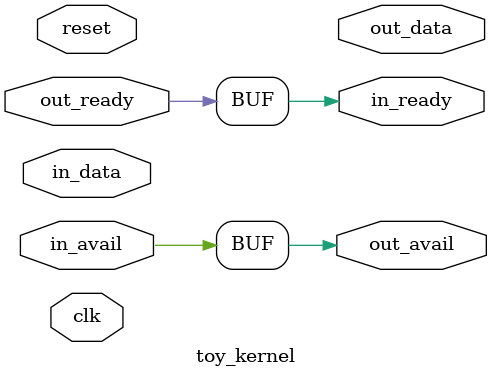
<source format=sv>
`include "sp_default.vh" //_\SV


module toy_kernel #(
    parameter integer C_DATA_WIDTH = 512 // Data width of both input and output data
)
(
    input wire                       clk,
    input wire                       reset,
    
    output wire                      in_ready,
    input wire                       in_avail,
    input wire  [C_DATA_WIDTH-1:0]   in_data,
    
    input wire                       out_ready,
    output wire                      out_avail,
    output wire [C_DATA_WIDTH-1:0]   out_data
);

`include "toy_kernel_gen.vh"
generate //_\TLV
   // Combinational only. Connect output backpressure directly to inputs.
   assign in_ready = out_ready;
   assign out_avail = in_avail;
   
   //value[C_DATA_WIDTH/32-1:0]
   assign out_data[value * 32 +: 32] = in_data[value * 32 +: 32] + 1;
endgenerate

//_\SV
endmodule

</source>
